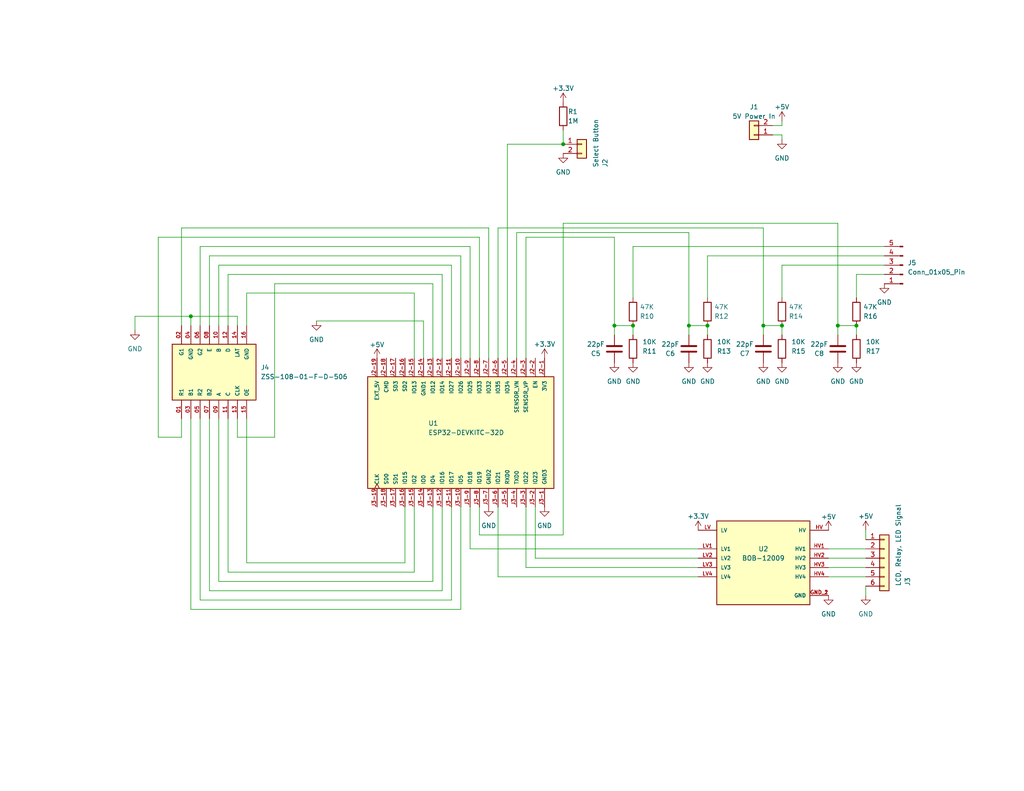
<source format=kicad_sch>
(kicad_sch (version 20230121) (generator eeschema)
  (paper "USLetter")
  (title_block (title "Car LED Controller ") (date "2023-07-02") (rev "3"))
  (lib_symbols
    (symbol "BOB-12009:BOB-12009" (pin_names (offset 1.016))
      (property "Reference" "U" (at -12.7 11.43 0))
      (property "Value" "BOB-12009" (at -12.7 -15.24 0))
      (symbol "BOB-12009_0_0"
        (rectangle (start -12.7 -12.7) (end 12.7 10.16) (stroke (width 0.254)) (fill (type background)))
        (pin power_in line (at 17.78 -10.16 180) (length 5.08) (name "GND") (number "GND_1"))
        (pin power_in line (at 17.78 -10.16 180) (length 5.08) (name "GND") (number "GND_2"))
        (pin bidirectional line (at 17.78 7.62 180) (length 5.08) (name "HV") (number "HV"))
        (pin bidirectional line (at 17.78 2.54 180) (length 5.08) (name "HV1") (number "HV1"))
        (pin bidirectional line (at 17.78 0 180) (length 5.08) (name "HV2") (number "HV2"))
        (pin bidirectional line (at 17.78 -2.54 180) (length 5.08) (name "HV3") (number "HV3"))
        (pin bidirectional line (at 17.78 -5.08 180) (length 5.08) (name "HV4") (number "HV4"))
        (pin bidirectional line (at -17.78 7.62 0) (length 5.08) (name "LV") (number "LV"))
        (pin bidirectional line (at -17.78 2.54 0) (length 5.08) (name "LV1") (number "LV1"))
        (pin bidirectional line (at -17.78 0 0) (length 5.08) (name "LV2") (number "LV2"))
        (pin bidirectional line (at -17.78 -2.54 0) (length 5.08) (name "LV3") (number "LV3"))
        (pin bidirectional line (at -17.78 -5.08 0) (length 5.08) (name "LV4") (number "LV4"))
      )
    )
    (symbol "Conn_01x02_1" (pin_names (offset 1.016) hide)
      (property "Reference" "J" (at 0 2.54 0))
      (property "Value" "Conn_01x02" (at 0 -5.08 0))
      (symbol "Conn_01x02_1_1_1"
        (rectangle (start -1.27 -2.413) (end 0 -2.667) (stroke (width 0.1524)))
        (rectangle (start -1.27 0.127) (end 0 -0.127) (stroke (width 0.1524)))
        (rectangle (start -1.27 1.27) (end 1.27 -3.81) (stroke (width 0.254)) (fill (type background)))
        (pin passive line (at -5.08 0 0) (length 3.81) (name "Pin_1") (number "1"))
        (pin passive line (at -5.08 -2.54 0) (length 3.81) (name "Pin_2") (number "2"))
      )
    )
    (symbol "Connector:Conn_01x05_Pin" (pin_names (offset 1.016) hide)
      (property "Reference" "J" (at 0 7.62 0))
      (property "Value" "Conn_01x05_Pin" (at 0 -7.62 0))
      (symbol "Conn_01x05_Pin_1_1"
        (polyline (pts (xy 1.27 -5.08) (xy 0.8636 -5.08)) (stroke (width 0.1524)))
        (polyline (pts (xy 1.27 -2.54) (xy 0.8636 -2.54)) (stroke (width 0.1524)))
        (polyline (pts (xy 1.27 0) (xy 0.8636 0)) (stroke (width 0.1524)))
        (polyline (pts (xy 1.27 2.54) (xy 0.8636 2.54)) (stroke (width 0.1524)))
        (polyline (pts (xy 1.27 5.08) (xy 0.8636 5.08)) (stroke (width 0.1524)))
        (rectangle (start 0.8636 -4.953) (end 0 -5.207) (stroke (width 0.1524)) (fill (type outline)))
        (rectangle (start 0.8636 -2.413) (end 0 -2.667) (stroke (width 0.1524)) (fill (type outline)))
        (rectangle (start 0.8636 0.127) (end 0 -0.127) (stroke (width 0.1524)) (fill (type outline)))
        (rectangle (start 0.8636 2.667) (end 0 2.413) (stroke (width 0.1524)) (fill (type outline)))
        (rectangle (start 0.8636 5.207) (end 0 4.953) (stroke (width 0.1524)) (fill (type outline)))
        (pin passive line (at 5.08 5.08 180) (length 3.81) (name "Pin_1") (number "1"))
        (pin passive line (at 5.08 2.54 180) (length 3.81) (name "Pin_2") (number "2"))
        (pin passive line (at 5.08 0 180) (length 3.81) (name "Pin_3") (number "3"))
        (pin passive line (at 5.08 -2.54 180) (length 3.81) (name "Pin_4") (number "4"))
        (pin passive line (at 5.08 -5.08 180) (length 3.81) (name "Pin_5") (number "5"))
      )
    )
    (symbol "Connector_Generic:Conn_01x02" (pin_names (offset 1.016) hide)
      (property "Reference" "J4" (at 2.54 -0.635 0))
      (property "Value" "Select Button" (at 2.54 -3.175 0))
      (symbol "Conn_01x02_1_1"
        (rectangle (start -1.27 -2.413) (end 0 -2.667) (stroke (width 0.1524)))
        (rectangle (start -1.27 0.127) (end 0 -0.127) (stroke (width 0.1524)))
        (rectangle (start -1.27 1.27) (end 1.27 -3.81) (stroke (width 0.254)) (fill (type background)))
        (pin passive line (at -5.08 0 0) (length 3.81) (name "Pin_1") (number "1"))
        (pin passive line (at -5.08 -2.54 0) (length 3.81) (name "Pin_2") (number "2"))
      )
    )
    (symbol "Connector_Generic:Conn_01x06" (pin_names (offset 1.016) hide)
      (property "Reference" "J" (at 0 7.62 0))
      (property "Value" "Conn_01x06" (at 0 -10.16 0))
      (symbol "Conn_01x06_1_1"
        (rectangle (start -1.27 -7.493) (end 0 -7.747) (stroke (width 0.1524)))
        (rectangle (start -1.27 -4.953) (end 0 -5.207) (stroke (width 0.1524)))
        (rectangle (start -1.27 -2.413) (end 0 -2.667) (stroke (width 0.1524)))
        (rectangle (start -1.27 0.127) (end 0 -0.127) (stroke (width 0.1524)))
        (rectangle (start -1.27 2.667) (end 0 2.413) (stroke (width 0.1524)))
        (rectangle (start -1.27 5.207) (end 0 4.953) (stroke (width 0.1524)))
        (rectangle (start -1.27 6.35) (end 1.27 -8.89) (stroke (width 0.254)) (fill (type background)))
        (pin passive line (at -5.08 5.08 0) (length 3.81) (name "Pin_1") (number "1"))
        (pin passive line (at -5.08 2.54 0) (length 3.81) (name "Pin_2") (number "2"))
        (pin passive line (at -5.08 0 0) (length 3.81) (name "Pin_3") (number "3"))
        (pin passive line (at -5.08 -2.54 0) (length 3.81) (name "Pin_4") (number "4"))
        (pin passive line (at -5.08 -5.08 0) (length 3.81) (name "Pin_5") (number "5"))
        (pin passive line (at -5.08 -7.62 0) (length 3.81) (name "Pin_6") (number "6"))
      )
    )
    (symbol "Device:C" (pin_numbers hide) (pin_names (offset 0.254))
      (property "Reference" "C" (at 0.635 2.54 0))
      (property "Value" "C" (at 0.635 -2.54 0))
      (symbol "C_0_1"
        (polyline (pts (xy -2.032 -0.762) (xy 2.032 -0.762)) (stroke (width 0.508)))
        (polyline (pts (xy -2.032 0.762) (xy 2.032 0.762)) (stroke (width 0.508)))
      )
      (symbol "C_1_1"
        (pin passive line (at 0 3.81 270) (length 2.794) (name "~") (number "1"))
        (pin passive line (at 0 -3.81 90) (length 2.794) (name "~") (number "2"))
      )
    )
    (symbol "Device:R" (pin_numbers hide) (pin_names (offset 0))
      (property "Reference" "R" (at 2.032 0 90))
      (property "Value" "R" (at 0 0 90))
      (symbol "R_0_1"
        (rectangle (start -1.016 -2.54) (end 1.016 2.54) (stroke (width 0.254)))
      )
      (symbol "R_1_1"
        (pin passive line (at 0 3.81 270) (length 1.27) (name "~") (number "1"))
        (pin passive line (at 0 -3.81 90) (length 1.27) (name "~") (number "2"))
      )
    )
    (symbol "ESP32-DEVKITC-32D:ESP32-DEVKITC-32D" (pin_names (offset 1.016))
      (property "Reference" "U" (at -15.2572 26.0643 0))
      (property "Value" "ESP32-DEVKITC-32D" (at -15.2563 -27.9698 0))
      (symbol "ESP32-DEVKITC-32D_0_0"
        (rectangle (start -15.24 -25.4) (end 15.24 25.4) (stroke (width 0.254)) (fill (type background)))
        (pin power_in line (at -20.32 22.86 0) (length 5.08) (name "3V3") (number "J2-1"))
        (pin bidirectional line (at -20.32 0 0) (length 5.08) (name "IO26") (number "J2-10"))
        (pin bidirectional line (at -20.32 -2.54 0) (length 5.08) (name "IO27") (number "J2-11"))
        (pin bidirectional line (at -20.32 -5.08 0) (length 5.08) (name "IO14") (number "J2-12"))
        (pin bidirectional line (at -20.32 -7.62 0) (length 5.08) (name "IO12") (number "J2-13"))
        (pin power_in line (at -20.32 -10.16 0) (length 5.08) (name "GND1") (number "J2-14"))
        (pin bidirectional line (at -20.32 -12.7 0) (length 5.08) (name "IO13") (number "J2-15"))
        (pin bidirectional line (at -20.32 -15.24 0) (length 5.08) (name "SD2") (number "J2-16"))
        (pin bidirectional line (at -20.32 -17.78 0) (length 5.08) (name "SD3") (number "J2-17"))
        (pin bidirectional line (at -20.32 -20.32 0) (length 5.08) (name "CMD") (number "J2-18"))
        (pin power_in line (at -20.32 -22.86 0) (length 5.08) (name "EXT_5V") (number "J2-19"))
        (pin input line (at -20.32 20.32 0) (length 5.08) (name "EN") (number "J2-2"))
        (pin input line (at -20.32 17.78 0) (length 5.08) (name "SENSOR_VP") (number "J2-3"))
        (pin input line (at -20.32 15.24 0) (length 5.08) (name "SENSOR_VN") (number "J2-4"))
        (pin bidirectional line (at -20.32 12.7 0) (length 5.08) (name "IO34") (number "J2-5"))
        (pin bidirectional line (at -20.32 10.16 0) (length 5.08) (name "IO35") (number "J2-6"))
        (pin bidirectional line (at -20.32 7.62 0) (length 5.08) (name "IO32") (number "J2-7"))
        (pin bidirectional line (at -20.32 5.08 0) (length 5.08) (name "IO33") (number "J2-8"))
        (pin bidirectional line (at -20.32 2.54 0) (length 5.08) (name "IO25") (number "J2-9"))
        (pin power_in line (at 20.32 22.86 180) (length 5.08) (name "GND3") (number "J3-1"))
        (pin bidirectional line (at 20.32 0 180) (length 5.08) (name "IO5") (number "J3-10"))
        (pin bidirectional line (at 20.32 -2.54 180) (length 5.08) (name "IO17") (number "J3-11"))
        (pin bidirectional line (at 20.32 -5.08 180) (length 5.08) (name "IO16") (number "J3-12"))
        (pin bidirectional line (at 20.32 -7.62 180) (length 5.08) (name "IO4") (number "J3-13"))
        (pin bidirectional line (at 20.32 -10.16 180) (length 5.08) (name "IO0") (number "J3-14"))
        (pin bidirectional line (at 20.32 -12.7 180) (length 5.08) (name "IO2") (number "J3-15"))
        (pin bidirectional line (at 20.32 -15.24 180) (length 5.08) (name "IO15") (number "J3-16"))
        (pin bidirectional line (at 20.32 -17.78 180) (length 5.08) (name "SD1") (number "J3-17"))
        (pin bidirectional line (at 20.32 -20.32 180) (length 5.08) (name "SD0") (number "J3-18"))
        (pin input clock (at 20.32 -22.86 180) (length 5.08) (name "CLK") (number "J3-19"))
        (pin bidirectional line (at 20.32 20.32 180) (length 5.08) (name "IO23") (number "J3-2"))
        (pin bidirectional line (at 20.32 17.78 180) (length 5.08) (name "IO22") (number "J3-3"))
        (pin output line (at 20.32 15.24 180) (length 5.08) (name "TXD0") (number "J3-4"))
        (pin input line (at 20.32 12.7 180) (length 5.08) (name "RXD0") (number "J3-5"))
        (pin bidirectional line (at 20.32 10.16 180) (length 5.08) (name "IO21") (number "J3-6"))
        (pin power_in line (at 20.32 7.62 180) (length 5.08) (name "GND2") (number "J3-7"))
        (pin bidirectional line (at 20.32 5.08 180) (length 5.08) (name "IO19") (number "J3-8"))
        (pin bidirectional line (at 20.32 2.54 180) (length 5.08) (name "IO18") (number "J3-9"))
      )
    )
    (symbol "ZSS-108-01-F-D-506:ZSS-108-01-F-D-506" (pin_names (offset 1.016))
      (property "Reference" "J4" (at -1.27 13.97 90))
      (property "Value" "ZSS-108-01-F-D-506" (at 1.27 13.97 90))
      (symbol "ZSS-108-01-F-D-506_0_0"
        (rectangle (start -7.62 -10.16) (end 7.62 12.7) (stroke (width 0.254)) (fill (type background)))
      )
      (symbol "ZSS-108-01-F-D-506_1_0"
        (pin passive line (at -12.7 10.16 0) (length 5.08) (name "R1") (number "01"))
        (pin passive line (at 12.7 10.16 180) (length 5.08) (name "G1") (number "02"))
        (pin passive line (at -12.7 7.62 0) (length 5.08) (name "B1") (number "03"))
        (pin passive line (at 12.7 7.62 180) (length 5.08) (name "GND") (number "04"))
        (pin passive line (at -12.7 5.08 0) (length 5.08) (name "R2") (number "05"))
        (pin passive line (at 12.7 5.08 180) (length 5.08) (name "G2") (number "06"))
        (pin passive line (at -12.7 2.54 0) (length 5.08) (name "B2") (number "07"))
        (pin passive line (at 12.7 2.54 180) (length 5.08) (name "E") (number "08"))
        (pin passive line (at -12.7 0 0) (length 5.08) (name "A") (number "09"))
        (pin passive line (at 12.7 0 180) (length 5.08) (name "B") (number "10"))
        (pin passive line (at -12.7 -2.54 0) (length 5.08) (name "C") (number "11"))
        (pin passive line (at 12.7 -2.54 180) (length 5.08) (name "D") (number "12"))
        (pin passive line (at -12.7 -5.08 0) (length 5.08) (name "CLK") (number "13"))
        (pin passive line (at 12.7 -5.08 180) (length 5.08) (name "LAT") (number "14"))
        (pin passive line (at -12.7 -7.62 0) (length 5.08) (name "OE") (number "15"))
        (pin passive line (at 12.7 -7.62 180) (length 5.08) (name "GND") (number "16"))
      )
    )
    (symbol "power:+3.3V" (power) (pin_names (offset 0))
      (property "Value" "+3.3V" (at 0 3.556 0))
      (symbol "+3.3V_0_1"
        (polyline (pts (xy -0.762 1.27) (xy 0 2.54)))
        (polyline (pts (xy 0 0) (xy 0 2.54)))
        (polyline (pts (xy 0 2.54) (xy 0.762 1.27)))
      )
      (symbol "+3.3V_1_1"
        (pin power_in line (at 0 0 90) (length 0) hide (name "+3.3V") (number "1"))
      )
    )
    (symbol "power:+5V" (power) (pin_names (offset 0))
      (property "Value" "+5V" (at 0 3.556 0))
      (symbol "+5V_0_1"
        (polyline (pts (xy -0.762 1.27) (xy 0 2.54)))
        (polyline (pts (xy 0 0) (xy 0 2.54)))
        (polyline (pts (xy 0 2.54) (xy 0.762 1.27)))
      )
      (symbol "+5V_1_1"
        (pin power_in line (at 0 0 90) (length 0) hide (name "+5V") (number "1"))
      )
    )
    (symbol "power:GND" (power) (pin_names (offset 0))
      (property "Value" "GND" (at 0 -3.81 0))
      (symbol "GND_0_1"
        (polyline (pts (xy 0 0) (xy 0 -1.27) (xy 1.27 -1.27) (xy 0 -2.54) (xy -1.27 -1.27) (xy 0 -1.27)))
      )
      (symbol "GND_1_1"
        (pin power_in line (at 0 0 270) (length 0) hide (name "GND") (number "1"))
      )
    )
  )
  (junction (at 193.04 88.9))
  (junction (at 167.64 88.9))
  (junction (at 208.28 88.9))
  (junction (at 187.96 88.9))
  (junction (at 153.67 39.37))
  (junction (at 172.72 88.9))
  (junction (at 228.6 88.9))
  (junction (at 213.36 88.9))
  (junction (at 233.68 88.9))
  (junction (at 52.07 86.36))
  (wire (pts (xy 62.23 74.93) (xy 120.65 74.93)))
  (wire (pts (xy 43.18 64.77) (xy 130.81 64.77)))
  (wire (pts (xy 228.6 91.44) (xy 228.6 88.9)))
  (wire (pts (xy 125.73 138.43) (xy 125.73 166.37)))
  (wire (pts (xy 54.61 163.83) (xy 123.19 163.83)))
  (wire (pts (xy 138.43 39.37) (xy 153.67 39.37)))
  (wire (pts (xy 118.11 138.43) (xy 118.11 158.75)))
  (wire (pts (xy 208.28 88.9) (xy 213.36 88.9)))
  (wire (pts (xy 228.6 60.96) (xy 153.67 60.96)))
  (wire (pts (xy 146.05 138.43) (xy 146.05 152.4)))
  (wire (pts (xy 213.36 72.39) (xy 213.36 81.28)))
  (wire (pts (xy 43.18 64.77) (xy 43.18 119.38)))
  (wire (pts (xy 52.07 86.36) (xy 52.07 88.9)))
  (wire (pts (xy 153.67 35.56) (xy 153.67 39.37)))
  (wire (pts (xy 59.69 158.75) (xy 118.11 158.75)))
  (wire (pts (xy 62.23 156.21) (xy 113.03 156.21)))
  (wire (pts (xy 213.36 36.83) (xy 210.82 36.83)))
  (wire (pts (xy 57.15 69.85) (xy 125.73 69.85)))
  (wire (pts (xy 241.3 74.93) (xy 233.68 74.93)))
  (wire (pts (xy 226.06 149.86) (xy 236.22 149.86)))
  (wire (pts (xy 67.31 88.9) (xy 67.31 80.01)))
  (wire (pts (xy 135.89 157.48) (xy 190.5 157.48)))
  (wire (pts (xy 52.07 86.36) (xy 36.83 86.36)))
  (wire (pts (xy 43.18 119.38) (xy 49.53 119.38)))
  (wire (pts (xy 118.11 77.47) (xy 74.93 77.47)))
  (wire (pts (xy 187.96 88.9) (xy 187.96 63.5)))
  (wire (pts (xy 167.64 91.44) (xy 167.64 88.9)))
  (wire (pts (xy 138.43 39.37) (xy 138.43 97.79)))
  (wire (pts (xy 57.15 114.3) (xy 57.15 161.29)))
  (wire (pts (xy 213.36 34.29) (xy 210.82 34.29)))
  (wire (pts (xy 153.67 60.96) (xy 153.67 146.05)))
  (wire (pts (xy 143.51 154.94) (xy 190.5 154.94)))
  (wire (pts (xy 128.27 138.43) (xy 128.27 149.86)))
  (wire (pts (xy 113.03 80.01) (xy 113.03 97.79)))
  (wire (pts (xy 120.65 74.93) (xy 120.65 97.79)))
  (wire (pts (xy 54.61 114.3) (xy 54.61 163.83)))
  (wire (pts (xy 86.36 87.63) (xy 115.57 87.63)))
  (wire (pts (xy 125.73 97.79) (xy 125.73 69.85)))
  (wire (pts (xy 113.03 138.43) (xy 113.03 156.21)))
  (wire (pts (xy 233.68 74.93) (xy 233.68 81.28)))
  (wire (pts (xy 36.83 86.36) (xy 36.83 90.17)))
  (wire (pts (xy 67.31 80.01) (xy 113.03 80.01)))
  (wire (pts (xy 64.77 86.36) (xy 52.07 86.36)))
  (wire (pts (xy 228.6 88.9) (xy 233.68 88.9)))
  (wire (pts (xy 226.06 152.4) (xy 236.22 152.4)))
  (wire (pts (xy 52.07 166.37) (xy 125.73 166.37)))
  (wire (pts (xy 236.22 144.78) (xy 236.22 147.32)))
  (wire (pts (xy 110.49 138.43) (xy 110.49 153.67)))
  (wire (pts (xy 167.64 88.9) (xy 172.72 88.9)))
  (wire (pts (xy 172.72 67.31) (xy 172.72 81.28)))
  (wire (pts (xy 123.19 138.43) (xy 123.19 163.83)))
  (wire (pts (xy 57.15 161.29) (xy 120.65 161.29)))
  (wire (pts (xy 64.77 88.9) (xy 64.77 86.36)))
  (wire (pts (xy 143.51 97.79) (xy 143.51 64.77)))
  (wire (pts (xy 130.81 138.43) (xy 130.81 146.05)))
  (wire (pts (xy 140.97 97.79) (xy 140.97 63.5)))
  (wire (pts (xy 62.23 88.9) (xy 62.23 74.93)))
  (wire (pts (xy 59.69 88.9) (xy 59.69 72.39)))
  (wire (pts (xy 128.27 67.31) (xy 128.27 97.79)))
  (wire (pts (xy 59.69 114.3) (xy 59.69 158.75)))
  (wire (pts (xy 54.61 88.9) (xy 54.61 67.31)))
  (wire (pts (xy 135.89 97.79) (xy 135.89 62.23)))
  (wire (pts (xy 228.6 88.9) (xy 228.6 60.96)))
  (wire (pts (xy 172.72 88.9) (xy 172.72 91.44)))
  (wire (pts (xy 64.77 114.3) (xy 64.77 119.38)))
  (wire (pts (xy 241.3 72.39) (xy 213.36 72.39)))
  (wire (pts (xy 49.53 119.38) (xy 49.53 114.3)))
  (wire (pts (xy 130.81 146.05) (xy 153.67 146.05)))
  (wire (pts (xy 59.69 72.39) (xy 123.19 72.39)))
  (wire (pts (xy 135.89 138.43) (xy 135.89 157.48)))
  (wire (pts (xy 187.96 91.44) (xy 187.96 88.9)))
  (wire (pts (xy 128.27 149.86) (xy 190.5 149.86)))
  (wire (pts (xy 226.06 154.94) (xy 236.22 154.94)))
  (wire (pts (xy 236.22 162.56) (xy 236.22 160.02)))
  (wire (pts (xy 233.68 88.9) (xy 233.68 91.44)))
  (wire (pts (xy 123.19 72.39) (xy 123.19 97.79)))
  (wire (pts (xy 143.51 138.43) (xy 143.51 154.94)))
  (wire (pts (xy 241.3 67.31) (xy 172.72 67.31)))
  (wire (pts (xy 208.28 62.23) (xy 208.28 88.9)))
  (wire (pts (xy 208.28 91.44) (xy 208.28 88.9)))
  (wire (pts (xy 193.04 88.9) (xy 193.04 91.44)))
  (wire (pts (xy 140.97 63.5) (xy 187.96 63.5)))
  (wire (pts (xy 130.81 64.77) (xy 130.81 97.79)))
  (wire (pts (xy 167.64 64.77) (xy 167.64 88.9)))
  (wire (pts (xy 213.36 88.9) (xy 213.36 91.44)))
  (wire (pts (xy 226.06 157.48) (xy 236.22 157.48)))
  (wire (pts (xy 213.36 33.02) (xy 213.36 34.29)))
  (wire (pts (xy 143.51 64.77) (xy 167.64 64.77)))
  (wire (pts (xy 54.61 67.31) (xy 128.27 67.31)))
  (wire (pts (xy 49.53 62.23) (xy 133.35 62.23)))
  (wire (pts (xy 133.35 62.23) (xy 133.35 97.79)))
  (wire (pts (xy 135.89 62.23) (xy 208.28 62.23)))
  (wire (pts (xy 118.11 77.47) (xy 118.11 97.79)))
  (wire (pts (xy 64.77 119.38) (xy 74.93 119.38)))
  (wire (pts (xy 57.15 88.9) (xy 57.15 69.85)))
  (wire (pts (xy 146.05 152.4) (xy 190.5 152.4)))
  (wire (pts (xy 67.31 153.67) (xy 110.49 153.67)))
  (wire (pts (xy 52.07 114.3) (xy 52.07 166.37)))
  (wire (pts (xy 187.96 88.9) (xy 193.04 88.9)))
  (wire (pts (xy 241.3 69.85) (xy 193.04 69.85)))
  (wire (pts (xy 67.31 114.3) (xy 67.31 153.67)))
  (wire (pts (xy 193.04 69.85) (xy 193.04 81.28)))
  (wire (pts (xy 62.23 114.3) (xy 62.23 156.21)))
  (wire (pts (xy 213.36 36.83) (xy 213.36 38.1)))
  (wire (pts (xy 49.53 62.23) (xy 49.53 88.9)))
  (wire (pts (xy 120.65 138.43) (xy 120.65 161.29)))
  (wire (pts (xy 115.57 87.63) (xy 115.57 97.79)))
  (wire (pts (xy 74.93 77.47) (xy 74.93 119.38)))
  (symbol (lib_id "power:GND") (at 86.36 87.63 0) (unit 1)
    (property "Reference" "#PWR021" (effects hide))
    (property "Value" "GND" (at 86.36 92.71 0))
  )
  (symbol (lib_id "power:GND") (at 193.04 99.06 0) (unit 1)
    (property "Reference" "#PWR09" (effects hide))
    (property "Value" "GND" (at 193.04 104.14 0))
  )
  (symbol (lib_id "power:GND") (at 36.83 90.17 0) (unit 1)
    (property "Reference" "#PWR016" (effects hide))
    (property "Value" "GND" (at 36.83 95.25 0))
  )
  (symbol (lib_id "Device:R") (at 233.68 95.25 0) (mirror y) (unit 1)
    (property "Reference" "R17" (at 236.22 95.885 0) (effects (justify right)))
    (property "Value" "10K" (at 236.22 93.345 0) (effects (justify right)))
    (property "Footprint" "Resistor_THT:R_Axial_DIN0207_L6.3mm_D2.5mm_P10.16mm_Horizontal" (effects hide))
  )
  (symbol (lib_id "BOB-12009:BOB-12009") (at 208.28 152.4 0) (unit 1)
    (property "Reference" "U2" (at 208.28 149.86 0))
    (property "Value" "BOB-12009" (at 208.28 152.4 0))
    (property "Footprint" "CONV_BOB-12009" (effects hide))
    (property "PARTREV" "01" (effects hide))
    (property "STANDARD" "Manufacturer Recommendations" (effects hide))
    (property "MAXIMUM_PACKAGE_HEIGHT" "N/A" (effects hide))
    (property "MANUFACTURER" "SparkFun Electronics" (effects hide))
  )
  (symbol (lib_id "Device:R") (at 172.72 85.09 0) (mirror x) (unit 1)
    (property "Reference" "R10" (at 176.53 86.36 0))
    (property "Value" "47K" (at 176.53 83.82 0))
    (property "Footprint" "Resistor_THT:R_Axial_DIN0207_L6.3mm_D2.5mm_P10.16mm_Horizontal" (effects hide))
  )
  (symbol (lib_id "power:GND") (at 208.28 99.06 0) (unit 1)
    (property "Reference" "#PWR08" (effects hide))
    (property "Value" "GND" (at 208.28 104.14 0))
  )
  (symbol (lib_id "Device:R") (at 213.36 95.25 0) (mirror y) (unit 1)
    (property "Reference" "R15" (at 215.9 95.885 0) (effects (justify right)))
    (property "Value" "10K" (at 215.9 93.345 0) (effects (justify right)))
    (property "Footprint" "Resistor_THT:R_Axial_DIN0207_L6.3mm_D2.5mm_P10.16mm_Horizontal" (effects hide))
  )
  (symbol (lib_id "power:+3.3V") (at 190.5 144.78 0) (unit 1)
    (property "Reference" "#PWR023" (effects hide))
    (property "Value" "+3.3V" (at 190.5 140.97 0))
  )
  (symbol (lib_id "Device:C") (at 167.64 95.25 0) (mirror y) (unit 1)
    (property "Reference" "C5" (at 162.56 96.52 0))
    (property "Value" "22pF" (at 162.56 93.98 0))
    (property "Footprint" "Capacitor_THT:C_Disc_D4.7mm_W2.5mm_P5.00mm" (effects hide))
  )
  (symbol (lib_id "power:GND") (at 213.36 99.06 0) (unit 1)
    (property "Reference" "#PWR07" (effects hide))
    (property "Value" "GND" (at 213.36 104.14 0))
  )
  (symbol (lib_id "Device:R") (at 193.04 85.09 0) (mirror x) (unit 1)
    (property "Reference" "R12" (at 196.85 86.36 0))
    (property "Value" "47K" (at 196.85 83.82 0))
    (property "Footprint" "Resistor_THT:R_Axial_DIN0207_L6.3mm_D2.5mm_P10.16mm_Horizontal" (effects hide))
  )
  (symbol (lib_id "Device:R") (at 213.36 85.09 0) (mirror x) (unit 1)
    (property "Reference" "R14" (at 217.17 86.36 0))
    (property "Value" "47K" (at 217.17 83.82 0))
    (property "Footprint" "Resistor_THT:R_Axial_DIN0207_L6.3mm_D2.5mm_P10.16mm_Horizontal" (effects hide))
  )
  (symbol (lib_id "power:+5V") (at 226.06 144.78 0) (unit 1)
    (property "Reference" "#PWR031" (effects hide))
    (property "Value" "+5V" (at 226.06 141.1124 0))
  )
  (symbol (lib_id "Connector:Conn_01x05_Pin") (at 246.38 72.39 180) (unit 1)
    (property "Reference" "J5" (at 247.65 71.755 0) (effects (justify right)))
    (property "Value" "Conn_01x05_Pin" (at 247.65 74.295 0) (effects (justify right)))
    (property "Footprint" "Connector_PinHeader_2.54mm:PinHeader_1x05_P2.54mm_Vertical" (effects hide))
  )
  (symbol (lib_id "power:+3.3V") (at 148.59 97.79 0) (unit 1)
    (property "Reference" "#PWR022" (effects hide))
    (property "Value" "+3.3V" (at 148.59 93.98 0))
  )
  (symbol (lib_id "Device:C") (at 187.96 95.25 0) (mirror y) (unit 1)
    (property "Reference" "C6" (at 182.88 96.52 0))
    (property "Value" "22pF" (at 182.88 93.98 0))
    (property "Footprint" "Capacitor_THT:C_Disc_D4.7mm_W2.5mm_P5.00mm" (effects hide))
  )
  (symbol (lib_id "Connector_Generic:Conn_01x02") (at 158.75 39.37 0) (unit 1)
    (property "Reference" "J2" (at 165.1 45.72 90) (effects (justify left)))
    (property "Value" "Select Button" (at 162.56 45.72 90) (effects (justify left)))
    (property "Footprint" "Connector_PinHeader_2.54mm:PinHeader_1x02_P2.54mm_Vertical" (effects hide))
  )
  (symbol (lib_id "power:GND") (at 172.72 99.06 0) (unit 1)
    (property "Reference" "#PWR011" (effects hide))
    (property "Value" "GND" (at 172.72 104.14 0))
  )
  (symbol (lib_id "power:+3.3V") (at 153.67 27.94 0) (unit 1)
    (property "Reference" "#PWR026" (effects hide))
    (property "Value" "+3.3V" (at 153.67 24.13 0))
  )
  (symbol (lib_id "ZSS-108-01-F-D-506:ZSS-108-01-F-D-506") (at 59.69 101.6 90) (unit 1)
    (property "Reference" "J4" (at 71.12 100.33 90) (effects (justify right)))
    (property "Value" "ZSS-108-01-F-D-506" (at 71.12 102.87 90) (effects (justify right)))
    (property "Footprint" "SAMTEC_ZSS-108-01-F-D-506" (effects hide))
    (property "PARTREV" "R" (effects hide))
    (property "MANUFACTURER" "Samtec" (effects hide))
    (property "STANDARD" "Manufacturer Recommendations" (effects hide))
  )
  (symbol (lib_id "power:GND") (at 241.3 77.47 0) (unit 1)
    (property "Reference" "#PWR02" (effects hide))
    (property "Value" "GND" (at 241.3 82.55 0))
  )
  (symbol (lib_id "power:GND") (at 228.6 99.06 0) (unit 1)
    (property "Reference" "#PWR06" (effects hide))
    (property "Value" "GND" (at 228.6 104.14 0))
  )
  (symbol (lib_id "power:GND") (at 213.36 38.1 0) (unit 1)
    (property "Reference" "#PWR03" (effects hide))
    (property "Value" "GND" (at 213.36 43.18 0))
  )
  (symbol (lib_id "power:GND") (at 236.22 162.56 0) (unit 1)
    (property "Reference" "#PWR032" (effects hide))
    (property "Value" "GND" (at 236.22 167.64 0))
  )
  (symbol (lib_id "Device:C") (at 228.6 95.25 0) (mirror y) (unit 1)
    (property "Reference" "C8" (at 223.52 96.52 0))
    (property "Value" "22pF" (at 223.52 93.98 0))
    (property "Footprint" "Capacitor_THT:C_Disc_D4.7mm_W2.5mm_P5.00mm" (effects hide))
  )
  (symbol (lib_id "Device:R") (at 233.68 85.09 0) (mirror x) (unit 1)
    (property "Reference" "R16" (at 237.49 86.36 0))
    (property "Value" "47K" (at 237.49 83.82 0))
    (property "Footprint" "Resistor_THT:R_Axial_DIN0207_L6.3mm_D2.5mm_P10.16mm_Horizontal" (effects hide))
  )
  (symbol (lib_name "Conn_01x02_1") (lib_id "Connector_Generic:Conn_01x02") (at 205.74 36.83 180) (unit 1)
    (property "Reference" "J1" (at 205.74 29.21 0))
    (property "Value" "5V Power In" (at 205.74 31.75 0))
    (property "Footprint" "Connector_PinHeader_2.54mm:PinHeader_1x02_P2.54mm_Vertical" (effects hide))
  )
  (symbol (lib_id "Device:R") (at 193.04 95.25 0) (mirror y) (unit 1)
    (property "Reference" "R13" (at 195.58 95.885 0) (effects (justify right)))
    (property "Value" "10K" (at 195.58 93.345 0) (effects (justify right)))
    (property "Footprint" "Resistor_THT:R_Axial_DIN0207_L6.3mm_D2.5mm_P10.16mm_Horizontal" (effects hide))
  )
  (symbol (lib_id "Device:R") (at 172.72 95.25 0) (mirror y) (unit 1)
    (property "Reference" "R11" (at 175.26 95.885 0) (effects (justify right)))
    (property "Value" "10K" (at 175.26 93.345 0) (effects (justify right)))
    (property "Footprint" "Resistor_THT:R_Axial_DIN0207_L6.3mm_D2.5mm_P10.16mm_Horizontal" (effects hide))
  )
  (symbol (lib_id "Device:C") (at 208.28 95.25 0) (mirror y) (unit 1)
    (property "Reference" "C7" (at 203.2 96.52 0))
    (property "Value" "22pF" (at 203.2 93.98 0))
    (property "Footprint" "Capacitor_THT:C_Disc_D4.7mm_W2.5mm_P5.00mm" (effects hide))
  )
  (symbol (lib_id "power:GND") (at 226.06 162.56 0) (unit 1)
    (property "Reference" "#PWR04" (effects hide))
    (property "Value" "GND" (at 226.06 167.64 0))
  )
  (symbol (lib_id "power:GND") (at 153.67 41.91 0) (unit 1)
    (property "Reference" "#PWR013" (effects hide))
    (property "Value" "GND" (at 153.67 46.99 0))
  )
  (symbol (lib_id "Connector_Generic:Conn_01x06") (at 241.3 152.4 0) (unit 1)
    (property "Reference" "J3" (at 247.65 160.02 90) (effects (justify left)))
    (property "Value" "LCD, Relay, LED Signal" (at 245.11 160.02 90) (effects (justify left)))
    (property "Footprint" "Connector_PinHeader_2.54mm:PinHeader_1x06_P2.54mm_Vertical" (effects hide))
  )
  (symbol (lib_id "power:GND") (at 133.35 138.43 0) (unit 1)
    (property "Reference" "#PWR015" (effects hide))
    (property "Value" "GND" (at 133.35 143.51 0))
  )
  (symbol (lib_id "power:+5V") (at 236.22 144.78 0) (unit 1)
    (property "Reference" "#PWR027" (effects hide))
    (property "Value" "+5V" (at 236.22 140.97 0))
  )
  (symbol (lib_id "power:+5V") (at 213.36 33.02 0) (unit 1)
    (property "Reference" "#PWR01" (effects hide))
    (property "Value" "+5V" (at 213.36 29.21 0))
  )
  (symbol (lib_id "power:GND") (at 187.96 99.06 0) (unit 1)
    (property "Reference" "#PWR010" (effects hide))
    (property "Value" "GND" (at 187.96 104.14 0))
  )
  (symbol (lib_id "power:GND") (at 148.59 138.43 0) (unit 1)
    (property "Reference" "#PWR014" (effects hide))
    (property "Value" "GND" (at 148.59 143.51 0))
  )
  (symbol (lib_id "ESP32-DEVKITC-32D:ESP32-DEVKITC-32D") (at 125.73 118.11 270) (unit 1)
    (property "Reference" "U1" (at 116.84 115.57 90) (effects (justify left)))
    (property "Value" "ESP32-DEVKITC-32D" (at 116.84 118.11 90) (effects (justify left)))
    (property "Footprint" "MODULE_ESP32-DEVKITC-32D" (effects hide))
    (property "PARTREV" "V4" (effects hide))
    (property "STANDARD" "Manufacturer Recommendations" (effects hide))
    (property "SNAPEDA_PN" "ESP32-DEVKITC-32D" (effects hide))
    (property "MAXIMUM_PACKAGE_HEIGHT" "N/A" (effects hide))
    (property "MANUFACTURER" "Espressif Systems" (effects hide))
  )
  (symbol (lib_id "power:GND") (at 167.64 99.06 0) (unit 1)
    (property "Reference" "#PWR012" (effects hide))
    (property "Value" "GND" (at 167.64 104.14 0))
  )
  (symbol (lib_id "Device:R") (at 153.67 31.75 0) (unit 1)
    (property "Reference" "R1" (at 154.94 30.48 0) (effects (justify left)))
    (property "Value" "1M" (at 154.94 33.02 0) (effects (justify left)))
    (property "Footprint" "Resistor_THT:R_Axial_DIN0207_L6.3mm_D2.5mm_P10.16mm_Horizontal" (effects hide))
  )
  (symbol (lib_id "power:GND") (at 233.68 99.06 0) (unit 1)
    (property "Reference" "#PWR05" (effects hide))
    (property "Value" "GND" (at 233.68 104.14 0))
  )
  (symbol (lib_id "power:+5V") (at 102.87 97.79 0) (unit 1)
    (property "Reference" "#PWR030" (effects hide))
    (property "Value" "+5V" (at 102.87 94.1224 0))
  )
)
</source>
